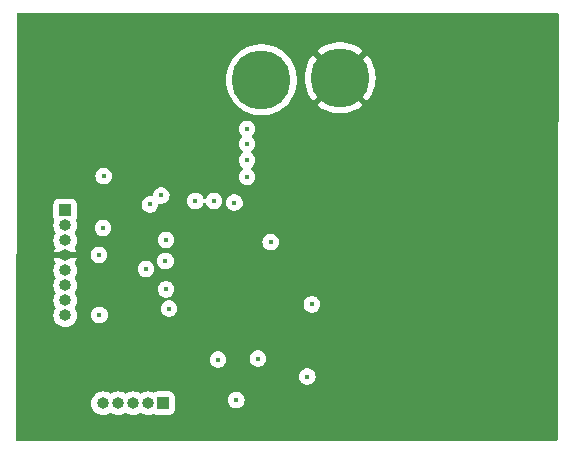
<source format=gbr>
%TF.GenerationSoftware,KiCad,Pcbnew,7.0.9-7.0.9~ubuntu22.04.1*%
%TF.CreationDate,2024-01-17T18:17:55+01:00*%
%TF.ProjectId,driver_seperate,64726976-6572-45f7-9365-706572617465,rev?*%
%TF.SameCoordinates,Original*%
%TF.FileFunction,Copper,L4,Bot*%
%TF.FilePolarity,Positive*%
%FSLAX46Y46*%
G04 Gerber Fmt 4.6, Leading zero omitted, Abs format (unit mm)*
G04 Created by KiCad (PCBNEW 7.0.9-7.0.9~ubuntu22.04.1) date 2024-01-17 18:17:55*
%MOMM*%
%LPD*%
G01*
G04 APERTURE LIST*
%TA.AperFunction,ComponentPad*%
%ADD10C,5.000000*%
%TD*%
%TA.AperFunction,ComponentPad*%
%ADD11R,1.000000X1.000000*%
%TD*%
%TA.AperFunction,ComponentPad*%
%ADD12O,1.000000X1.000000*%
%TD*%
%TA.AperFunction,ViaPad*%
%ADD13C,0.400000*%
%TD*%
%TA.AperFunction,ViaPad*%
%ADD14C,0.600000*%
%TD*%
G04 APERTURE END LIST*
D10*
%TO.P,IN-1,1,1*%
%TO.N,GND*%
X162052000Y-84074000D03*
%TD*%
D11*
%TO.P,J1,1,Pin_1*%
%TO.N,/U*%
X138785600Y-95300800D03*
D12*
%TO.P,J1,2,Pin_2*%
%TO.N,/V*%
X138785600Y-96570800D03*
%TO.P,J1,3,Pin_3*%
%TO.N,/W*%
X138785600Y-97840800D03*
%TO.P,J1,4,Pin_4*%
%TO.N,GND*%
X138785600Y-99110800D03*
%TO.P,J1,5,Pin_5*%
%TO.N,/H2*%
X138785600Y-100380800D03*
%TO.P,J1,6,Pin_6*%
%TO.N,/H1*%
X138785600Y-101650800D03*
%TO.P,J1,7,Pin_7*%
%TO.N,/H3*%
X138785600Y-102920800D03*
%TO.P,J1,8,Pin_8*%
%TO.N,/SW_BK*%
X138785600Y-104190800D03*
%TD*%
D10*
%TO.P,IN+1,1,1*%
%TO.N,/VM*%
X155397200Y-84248800D03*
%TD*%
D11*
%TO.P,J2,1,Pin_1*%
%TO.N,/FGOUT*%
X147066000Y-111633000D03*
D12*
%TO.P,J2,2,Pin_2*%
%TO.N,/PWM*%
X145796000Y-111633000D03*
%TO.P,J2,3,Pin_3*%
%TO.N,/BRAKE*%
X144526000Y-111633000D03*
%TO.P,J2,4,Pin_4*%
%TO.N,/DIR*%
X143256000Y-111633000D03*
%TO.P,J2,5,Pin_5*%
%TO.N,/nFAULT*%
X141986000Y-111633000D03*
%TD*%
D13*
%TO.N,Net-(IC1-ILIM)*%
X151714200Y-107924600D03*
X153263600Y-111353600D03*
D14*
%TO.N,GND*%
X151841200Y-97282000D03*
D13*
X144932400Y-87630000D03*
D14*
X150164800Y-99669600D03*
D13*
X163449000Y-92456000D03*
D14*
X151282400Y-100888800D03*
D13*
X175666400Y-111302800D03*
X173939200Y-111277400D03*
X148361400Y-114046000D03*
X163449000Y-89662000D03*
D14*
X150672800Y-101904800D03*
X151942800Y-101904800D03*
D13*
X163449000Y-91059000D03*
D14*
X152450800Y-99669600D03*
D13*
X163449000Y-88392000D03*
X153466800Y-113182400D03*
D14*
X150114000Y-100888800D03*
X152501600Y-100888800D03*
D13*
X170484800Y-111302800D03*
X152552400Y-92760800D03*
D14*
X150723600Y-97282000D03*
X152501600Y-98348800D03*
X151282400Y-99669600D03*
X150164800Y-98348800D03*
D13*
X172212000Y-111277400D03*
D14*
X151282400Y-98348800D03*
D13*
%TO.N,/AVDD*%
X142036800Y-92405200D03*
X155092400Y-107848400D03*
X159283400Y-109372400D03*
X147269200Y-99568000D03*
X147320000Y-97790000D03*
X141986000Y-96774000D03*
X141630400Y-99060000D03*
X147574000Y-103615500D03*
%TO.N,/SW_BK*%
X141681200Y-104140000D03*
X159664400Y-103251000D03*
%TO.N,Net-(IC1-CP)*%
X146913600Y-94030800D03*
X156184600Y-97993200D03*
%TO.N,/VM*%
X154178000Y-91059000D03*
X154178000Y-92456000D03*
X154178000Y-88392000D03*
X154178000Y-89662000D03*
%TO.N,/W*%
X149809200Y-94488000D03*
%TO.N,/V*%
X151384000Y-94488000D03*
%TO.N,/U*%
X153111200Y-94640400D03*
%TO.N,/H3*%
X147320000Y-101981000D03*
%TO.N,/H1*%
X145618200Y-100253800D03*
%TO.N,/nFAULT*%
X145948400Y-94792800D03*
%TD*%
%TA.AperFunction,Conductor*%
%TO.N,GND*%
G36*
X180511290Y-78581885D02*
G01*
X180557045Y-78634689D01*
X180568251Y-78686548D01*
X180516493Y-97151293D01*
X180473096Y-112633499D01*
X180467347Y-114684348D01*
X180447474Y-114751332D01*
X180394542Y-114796938D01*
X180343347Y-114808000D01*
X134744349Y-114808000D01*
X134677310Y-114788315D01*
X134631555Y-114735511D01*
X134620349Y-114683652D01*
X134628900Y-111633000D01*
X140980659Y-111633000D01*
X140999975Y-111829129D01*
X140999976Y-111829132D01*
X141055870Y-112013390D01*
X141057188Y-112017733D01*
X141150086Y-112191532D01*
X141150090Y-112191539D01*
X141275116Y-112343883D01*
X141427460Y-112468909D01*
X141427467Y-112468913D01*
X141601266Y-112561811D01*
X141601269Y-112561811D01*
X141601273Y-112561814D01*
X141789868Y-112619024D01*
X141986000Y-112638341D01*
X142182132Y-112619024D01*
X142370727Y-112561814D01*
X142544538Y-112468910D01*
X142544544Y-112468904D01*
X142549607Y-112465523D01*
X142550703Y-112467164D01*
X142606639Y-112443405D01*
X142675507Y-112455194D01*
X142692148Y-112465888D01*
X142692393Y-112465523D01*
X142697458Y-112468907D01*
X142697462Y-112468910D01*
X142842501Y-112546435D01*
X142869147Y-112560678D01*
X142871273Y-112561814D01*
X143059868Y-112619024D01*
X143256000Y-112638341D01*
X143452132Y-112619024D01*
X143640727Y-112561814D01*
X143814538Y-112468910D01*
X143814544Y-112468904D01*
X143819607Y-112465523D01*
X143820703Y-112467164D01*
X143876639Y-112443405D01*
X143945507Y-112455194D01*
X143962148Y-112465888D01*
X143962393Y-112465523D01*
X143967458Y-112468907D01*
X143967462Y-112468910D01*
X144112501Y-112546435D01*
X144139147Y-112560678D01*
X144141273Y-112561814D01*
X144329868Y-112619024D01*
X144526000Y-112638341D01*
X144722132Y-112619024D01*
X144910727Y-112561814D01*
X145084538Y-112468910D01*
X145084544Y-112468904D01*
X145089607Y-112465523D01*
X145090703Y-112467164D01*
X145146639Y-112443405D01*
X145215507Y-112455194D01*
X145232148Y-112465888D01*
X145232393Y-112465523D01*
X145237458Y-112468907D01*
X145237462Y-112468910D01*
X145382501Y-112546435D01*
X145409147Y-112560678D01*
X145411273Y-112561814D01*
X145599868Y-112619024D01*
X145796000Y-112638341D01*
X145992132Y-112619024D01*
X146180727Y-112561814D01*
X146182853Y-112560677D01*
X146184095Y-112560418D01*
X146186355Y-112559483D01*
X146186532Y-112559911D01*
X146251254Y-112546435D01*
X146315615Y-112570767D01*
X146323669Y-112576796D01*
X146323672Y-112576797D01*
X146458517Y-112627091D01*
X146458516Y-112627091D01*
X146465444Y-112627835D01*
X146518127Y-112633500D01*
X147613872Y-112633499D01*
X147673483Y-112627091D01*
X147808331Y-112576796D01*
X147923546Y-112490546D01*
X148009796Y-112375331D01*
X148060091Y-112240483D01*
X148066500Y-112180873D01*
X148066499Y-111353600D01*
X152557955Y-111353600D01*
X152578459Y-111522469D01*
X152578460Y-111522474D01*
X152638782Y-111681531D01*
X152701075Y-111771777D01*
X152735417Y-111821529D01*
X152841105Y-111915160D01*
X152862750Y-111934336D01*
X153013373Y-112013389D01*
X153013375Y-112013390D01*
X153178544Y-112054100D01*
X153348656Y-112054100D01*
X153513825Y-112013390D01*
X153593292Y-111971681D01*
X153664449Y-111934336D01*
X153664450Y-111934334D01*
X153664452Y-111934334D01*
X153791783Y-111821529D01*
X153888418Y-111681530D01*
X153948740Y-111522472D01*
X153969245Y-111353600D01*
X153948740Y-111184728D01*
X153888418Y-111025670D01*
X153888312Y-111025517D01*
X153795234Y-110890671D01*
X153791783Y-110885671D01*
X153691791Y-110797086D01*
X153664449Y-110772863D01*
X153513826Y-110693810D01*
X153348656Y-110653100D01*
X153178544Y-110653100D01*
X153013373Y-110693810D01*
X152862750Y-110772863D01*
X152735416Y-110885672D01*
X152638782Y-111025668D01*
X152578460Y-111184725D01*
X152578459Y-111184730D01*
X152557955Y-111353600D01*
X148066499Y-111353600D01*
X148066499Y-111085128D01*
X148061299Y-111036757D01*
X148060091Y-111025516D01*
X148009797Y-110890671D01*
X148009793Y-110890664D01*
X147923547Y-110775455D01*
X147923544Y-110775452D01*
X147808335Y-110689206D01*
X147808328Y-110689202D01*
X147673482Y-110638908D01*
X147673483Y-110638908D01*
X147613883Y-110632501D01*
X147613881Y-110632500D01*
X147613873Y-110632500D01*
X147613864Y-110632500D01*
X146518129Y-110632500D01*
X146518123Y-110632501D01*
X146458516Y-110638908D01*
X146323671Y-110689202D01*
X146323666Y-110689205D01*
X146315614Y-110695233D01*
X146250149Y-110719648D01*
X146186530Y-110706104D01*
X146186359Y-110706518D01*
X146184123Y-110705592D01*
X146182850Y-110705321D01*
X146180729Y-110704187D01*
X146180728Y-110704186D01*
X146180727Y-110704186D01*
X145992132Y-110646976D01*
X145992129Y-110646975D01*
X145796000Y-110627659D01*
X145599870Y-110646975D01*
X145411266Y-110704188D01*
X145237467Y-110797086D01*
X145232399Y-110800473D01*
X145231305Y-110798836D01*
X145175337Y-110822596D01*
X145106471Y-110810795D01*
X145089843Y-110800109D01*
X145089601Y-110800473D01*
X145084532Y-110797086D01*
X144910733Y-110704188D01*
X144910727Y-110704186D01*
X144722132Y-110646976D01*
X144722129Y-110646975D01*
X144526000Y-110627659D01*
X144329870Y-110646975D01*
X144141266Y-110704188D01*
X143967467Y-110797086D01*
X143962399Y-110800473D01*
X143961305Y-110798836D01*
X143905337Y-110822596D01*
X143836471Y-110810795D01*
X143819843Y-110800109D01*
X143819601Y-110800473D01*
X143814532Y-110797086D01*
X143640733Y-110704188D01*
X143640727Y-110704186D01*
X143452132Y-110646976D01*
X143452129Y-110646975D01*
X143256000Y-110627659D01*
X143059870Y-110646975D01*
X142871266Y-110704188D01*
X142697467Y-110797086D01*
X142692399Y-110800473D01*
X142691305Y-110798836D01*
X142635337Y-110822596D01*
X142566471Y-110810795D01*
X142549843Y-110800109D01*
X142549601Y-110800473D01*
X142544532Y-110797086D01*
X142370733Y-110704188D01*
X142370727Y-110704186D01*
X142182132Y-110646976D01*
X142182129Y-110646975D01*
X141986000Y-110627659D01*
X141789870Y-110646975D01*
X141601266Y-110704188D01*
X141427467Y-110797086D01*
X141427460Y-110797090D01*
X141275116Y-110922116D01*
X141150090Y-111074460D01*
X141150086Y-111074467D01*
X141057188Y-111248266D01*
X140999975Y-111436870D01*
X140980659Y-111633000D01*
X134628900Y-111633000D01*
X134635237Y-109372400D01*
X158577755Y-109372400D01*
X158598259Y-109541269D01*
X158598260Y-109541274D01*
X158658582Y-109700331D01*
X158720875Y-109790577D01*
X158755217Y-109840329D01*
X158860905Y-109933960D01*
X158882550Y-109953136D01*
X159033173Y-110032189D01*
X159033175Y-110032190D01*
X159198344Y-110072900D01*
X159368456Y-110072900D01*
X159533625Y-110032190D01*
X159613092Y-109990481D01*
X159684249Y-109953136D01*
X159684250Y-109953134D01*
X159684252Y-109953134D01*
X159811583Y-109840329D01*
X159908218Y-109700330D01*
X159968540Y-109541272D01*
X159989045Y-109372400D01*
X159968540Y-109203528D01*
X159908218Y-109044470D01*
X159811583Y-108904471D01*
X159684252Y-108791666D01*
X159684249Y-108791663D01*
X159533626Y-108712610D01*
X159368456Y-108671900D01*
X159198344Y-108671900D01*
X159033173Y-108712610D01*
X158882550Y-108791663D01*
X158755216Y-108904472D01*
X158658582Y-109044468D01*
X158598260Y-109203525D01*
X158598259Y-109203530D01*
X158577755Y-109372400D01*
X134635237Y-109372400D01*
X134639295Y-107924600D01*
X151008555Y-107924600D01*
X151029059Y-108093469D01*
X151029060Y-108093474D01*
X151089382Y-108252531D01*
X151151675Y-108342777D01*
X151186017Y-108392529D01*
X151291705Y-108486160D01*
X151313350Y-108505336D01*
X151463973Y-108584389D01*
X151463975Y-108584390D01*
X151629144Y-108625100D01*
X151799256Y-108625100D01*
X151964425Y-108584390D01*
X152043892Y-108542681D01*
X152115049Y-108505336D01*
X152115050Y-108505334D01*
X152115052Y-108505334D01*
X152242383Y-108392529D01*
X152339018Y-108252530D01*
X152399340Y-108093472D01*
X152419845Y-107924600D01*
X152410593Y-107848400D01*
X154386755Y-107848400D01*
X154407259Y-108017269D01*
X154407260Y-108017274D01*
X154467582Y-108176331D01*
X154520179Y-108252530D01*
X154564217Y-108316329D01*
X154669905Y-108409960D01*
X154691550Y-108429136D01*
X154836733Y-108505334D01*
X154842175Y-108508190D01*
X155007344Y-108548900D01*
X155177456Y-108548900D01*
X155342625Y-108508190D01*
X155422092Y-108466481D01*
X155493249Y-108429136D01*
X155493250Y-108429134D01*
X155493252Y-108429134D01*
X155620583Y-108316329D01*
X155717218Y-108176330D01*
X155777540Y-108017272D01*
X155798045Y-107848400D01*
X155777540Y-107679528D01*
X155717218Y-107520470D01*
X155620583Y-107380471D01*
X155493252Y-107267666D01*
X155493249Y-107267663D01*
X155342626Y-107188610D01*
X155177456Y-107147900D01*
X155007344Y-107147900D01*
X154842173Y-107188610D01*
X154691550Y-107267663D01*
X154564216Y-107380472D01*
X154467582Y-107520468D01*
X154407260Y-107679525D01*
X154407259Y-107679530D01*
X154386755Y-107848400D01*
X152410593Y-107848400D01*
X152399340Y-107755728D01*
X152339018Y-107596670D01*
X152242383Y-107456671D01*
X152115052Y-107343866D01*
X152115049Y-107343863D01*
X151964426Y-107264810D01*
X151799256Y-107224100D01*
X151629144Y-107224100D01*
X151463973Y-107264810D01*
X151313350Y-107343863D01*
X151186016Y-107456672D01*
X151089382Y-107596668D01*
X151029060Y-107755725D01*
X151029059Y-107755730D01*
X151008555Y-107924600D01*
X134639295Y-107924600D01*
X134649761Y-104190800D01*
X137780259Y-104190800D01*
X137799575Y-104386929D01*
X137856788Y-104575533D01*
X137949686Y-104749332D01*
X137949690Y-104749339D01*
X138074716Y-104901683D01*
X138227060Y-105026709D01*
X138227067Y-105026713D01*
X138400866Y-105119611D01*
X138400869Y-105119611D01*
X138400873Y-105119614D01*
X138589468Y-105176824D01*
X138785600Y-105196141D01*
X138981732Y-105176824D01*
X139170327Y-105119614D01*
X139344138Y-105026710D01*
X139496483Y-104901683D01*
X139621510Y-104749338D01*
X139714414Y-104575527D01*
X139771624Y-104386932D01*
X139790941Y-104190800D01*
X139785938Y-104140000D01*
X140975555Y-104140000D01*
X140996059Y-104308869D01*
X140996060Y-104308874D01*
X141056382Y-104467931D01*
X141118675Y-104558177D01*
X141153017Y-104607929D01*
X141258705Y-104701560D01*
X141280350Y-104720736D01*
X141430973Y-104799789D01*
X141430975Y-104799790D01*
X141596144Y-104840500D01*
X141766256Y-104840500D01*
X141931425Y-104799790D01*
X142010892Y-104758081D01*
X142082049Y-104720736D01*
X142082050Y-104720734D01*
X142082052Y-104720734D01*
X142209383Y-104607929D01*
X142306018Y-104467930D01*
X142366340Y-104308872D01*
X142386845Y-104140000D01*
X142366340Y-103971128D01*
X142306018Y-103812070D01*
X142209383Y-103672071D01*
X142145527Y-103615500D01*
X146868355Y-103615500D01*
X146888859Y-103784369D01*
X146888860Y-103784374D01*
X146949182Y-103943431D01*
X147011475Y-104033677D01*
X147045817Y-104083429D01*
X147109673Y-104140000D01*
X147173150Y-104196236D01*
X147323773Y-104275289D01*
X147323775Y-104275290D01*
X147488944Y-104316000D01*
X147659056Y-104316000D01*
X147824225Y-104275290D01*
X147903692Y-104233581D01*
X147974849Y-104196236D01*
X147974850Y-104196234D01*
X147974852Y-104196234D01*
X148102183Y-104083429D01*
X148198818Y-103943430D01*
X148259140Y-103784372D01*
X148279645Y-103615500D01*
X148259140Y-103446628D01*
X148198818Y-103287570D01*
X148173575Y-103251000D01*
X158958755Y-103251000D01*
X158979259Y-103419869D01*
X158979260Y-103419874D01*
X159039582Y-103578931D01*
X159076398Y-103632267D01*
X159136217Y-103718929D01*
X159234575Y-103806066D01*
X159263550Y-103831736D01*
X159414173Y-103910789D01*
X159414175Y-103910790D01*
X159579344Y-103951500D01*
X159749456Y-103951500D01*
X159914625Y-103910790D01*
X159994092Y-103869081D01*
X160065249Y-103831736D01*
X160065250Y-103831734D01*
X160065252Y-103831734D01*
X160192583Y-103718929D01*
X160289218Y-103578930D01*
X160349540Y-103419872D01*
X160370045Y-103251000D01*
X160349540Y-103082128D01*
X160289218Y-102923070D01*
X160286266Y-102918794D01*
X160254876Y-102873318D01*
X160192583Y-102783071D01*
X160073637Y-102677694D01*
X160065249Y-102670263D01*
X159914626Y-102591210D01*
X159749456Y-102550500D01*
X159579344Y-102550500D01*
X159414173Y-102591210D01*
X159263550Y-102670263D01*
X159136216Y-102783072D01*
X159039582Y-102923068D01*
X158979260Y-103082125D01*
X158979259Y-103082130D01*
X158958755Y-103251000D01*
X148173575Y-103251000D01*
X148102183Y-103147571D01*
X147974852Y-103034766D01*
X147974849Y-103034763D01*
X147824226Y-102955710D01*
X147659056Y-102915000D01*
X147488944Y-102915000D01*
X147481443Y-102915000D01*
X147481443Y-102913030D01*
X147474805Y-102911926D01*
X147466521Y-102918794D01*
X147447160Y-102925298D01*
X147323773Y-102955710D01*
X147173150Y-103034763D01*
X147045816Y-103147572D01*
X146949182Y-103287568D01*
X146888860Y-103446625D01*
X146888859Y-103446630D01*
X146868355Y-103615500D01*
X142145527Y-103615500D01*
X142082052Y-103559266D01*
X142082049Y-103559263D01*
X141931426Y-103480210D01*
X141766256Y-103439500D01*
X141596144Y-103439500D01*
X141430973Y-103480210D01*
X141280350Y-103559263D01*
X141153016Y-103672072D01*
X141056382Y-103812068D01*
X140996060Y-103971125D01*
X140996059Y-103971130D01*
X140975555Y-104140000D01*
X139785938Y-104140000D01*
X139771624Y-103994668D01*
X139714414Y-103806073D01*
X139621510Y-103632262D01*
X139621507Y-103632258D01*
X139618123Y-103627193D01*
X139619764Y-103626096D01*
X139596005Y-103570161D01*
X139607794Y-103501293D01*
X139618488Y-103484651D01*
X139618123Y-103484407D01*
X139621504Y-103479344D01*
X139621510Y-103479338D01*
X139714414Y-103305527D01*
X139771624Y-103116932D01*
X139790941Y-102920800D01*
X139771624Y-102724668D01*
X139714414Y-102536073D01*
X139621510Y-102362262D01*
X139621507Y-102362258D01*
X139618123Y-102357193D01*
X139619764Y-102356096D01*
X139596005Y-102300161D01*
X139607794Y-102231293D01*
X139618488Y-102214651D01*
X139618123Y-102214407D01*
X139621504Y-102209344D01*
X139621510Y-102209338D01*
X139714414Y-102035527D01*
X139730955Y-101981000D01*
X146614355Y-101981000D01*
X146634859Y-102149869D01*
X146634860Y-102149874D01*
X146695182Y-102308931D01*
X146731998Y-102362267D01*
X146791817Y-102448929D01*
X146890175Y-102536066D01*
X146919150Y-102561736D01*
X147069773Y-102640789D01*
X147069775Y-102640790D01*
X147234944Y-102681500D01*
X147412557Y-102681500D01*
X147412557Y-102683474D01*
X147419196Y-102684577D01*
X147427504Y-102677694D01*
X147446836Y-102671202D01*
X147570225Y-102640790D01*
X147664691Y-102591210D01*
X147720849Y-102561736D01*
X147720850Y-102561734D01*
X147720852Y-102561734D01*
X147848183Y-102448929D01*
X147944818Y-102308930D01*
X148005140Y-102149872D01*
X148025645Y-101981000D01*
X148005140Y-101812128D01*
X147944818Y-101653070D01*
X147848183Y-101513071D01*
X147720852Y-101400266D01*
X147720849Y-101400263D01*
X147570226Y-101321210D01*
X147405056Y-101280500D01*
X147234944Y-101280500D01*
X147069773Y-101321210D01*
X146919150Y-101400263D01*
X146791816Y-101513072D01*
X146695182Y-101653068D01*
X146634860Y-101812125D01*
X146634859Y-101812130D01*
X146614355Y-101981000D01*
X139730955Y-101981000D01*
X139771624Y-101846932D01*
X139790941Y-101650800D01*
X139771624Y-101454668D01*
X139714414Y-101266073D01*
X139621510Y-101092262D01*
X139621507Y-101092258D01*
X139618123Y-101087193D01*
X139619764Y-101086096D01*
X139596005Y-101030161D01*
X139607794Y-100961293D01*
X139618488Y-100944651D01*
X139618123Y-100944407D01*
X139621504Y-100939344D01*
X139621510Y-100939338D01*
X139714414Y-100765527D01*
X139771624Y-100576932D01*
X139790941Y-100380800D01*
X139778433Y-100253800D01*
X144912555Y-100253800D01*
X144933059Y-100422669D01*
X144933060Y-100422674D01*
X144993382Y-100581731D01*
X145055675Y-100671977D01*
X145090017Y-100721729D01*
X145139462Y-100765533D01*
X145217350Y-100834536D01*
X145367973Y-100913589D01*
X145367975Y-100913590D01*
X145533144Y-100954300D01*
X145703256Y-100954300D01*
X145868425Y-100913590D01*
X145947892Y-100871881D01*
X146019049Y-100834536D01*
X146019050Y-100834534D01*
X146019052Y-100834534D01*
X146146383Y-100721729D01*
X146243018Y-100581730D01*
X146303340Y-100422672D01*
X146323845Y-100253800D01*
X146303340Y-100084928D01*
X146243018Y-99925870D01*
X146222352Y-99895931D01*
X146208676Y-99876118D01*
X146146383Y-99785871D01*
X146021506Y-99675240D01*
X146019049Y-99673063D01*
X145868426Y-99594010D01*
X145762897Y-99568000D01*
X146563555Y-99568000D01*
X146584059Y-99736869D01*
X146584060Y-99736874D01*
X146644382Y-99895931D01*
X146665048Y-99925870D01*
X146741017Y-100035929D01*
X146846705Y-100129560D01*
X146868350Y-100148736D01*
X147018973Y-100227789D01*
X147018975Y-100227790D01*
X147184144Y-100268500D01*
X147354256Y-100268500D01*
X147519425Y-100227790D01*
X147601586Y-100184668D01*
X147670049Y-100148736D01*
X147670050Y-100148734D01*
X147670052Y-100148734D01*
X147797383Y-100035929D01*
X147894018Y-99895930D01*
X147954340Y-99736872D01*
X147974845Y-99568000D01*
X147954340Y-99399128D01*
X147894018Y-99240070D01*
X147886286Y-99228869D01*
X147844344Y-99168106D01*
X147797383Y-99100071D01*
X147670052Y-98987266D01*
X147670049Y-98987263D01*
X147519426Y-98908210D01*
X147354256Y-98867500D01*
X147184144Y-98867500D01*
X147018973Y-98908210D01*
X146868350Y-98987263D01*
X146741016Y-99100072D01*
X146644382Y-99240068D01*
X146584060Y-99399125D01*
X146584059Y-99399130D01*
X146563555Y-99568000D01*
X145762897Y-99568000D01*
X145703256Y-99553300D01*
X145533144Y-99553300D01*
X145367973Y-99594010D01*
X145217350Y-99673063D01*
X145090016Y-99785872D01*
X144993382Y-99925868D01*
X144933060Y-100084925D01*
X144933059Y-100084930D01*
X144912555Y-100253800D01*
X139778433Y-100253800D01*
X139771624Y-100184668D01*
X139714414Y-99996073D01*
X139621510Y-99822262D01*
X139621506Y-99822257D01*
X139618126Y-99817199D01*
X139619644Y-99816184D01*
X139595681Y-99759762D01*
X139607472Y-99690894D01*
X139618092Y-99674374D01*
X139617711Y-99674120D01*
X139621097Y-99669052D01*
X139713947Y-99495341D01*
X139754760Y-99360800D01*
X139000083Y-99360800D01*
X139071401Y-99275807D01*
X139110600Y-99168106D01*
X139110600Y-99060000D01*
X140924755Y-99060000D01*
X140945259Y-99228869D01*
X140945260Y-99228874D01*
X141005582Y-99387931D01*
X141049797Y-99451986D01*
X141102217Y-99527929D01*
X141207905Y-99621560D01*
X141229550Y-99640736D01*
X141380173Y-99719789D01*
X141380175Y-99719790D01*
X141545344Y-99760500D01*
X141715456Y-99760500D01*
X141880625Y-99719790D01*
X141977297Y-99669052D01*
X142031249Y-99640736D01*
X142031250Y-99640734D01*
X142031252Y-99640734D01*
X142158583Y-99527929D01*
X142255218Y-99387930D01*
X142315540Y-99228872D01*
X142336045Y-99060000D01*
X142315540Y-98891128D01*
X142302974Y-98857995D01*
X142255217Y-98732068D01*
X142217005Y-98676710D01*
X142158583Y-98592071D01*
X142031252Y-98479266D01*
X142031249Y-98479263D01*
X141880626Y-98400210D01*
X141715456Y-98359500D01*
X141545344Y-98359500D01*
X141380173Y-98400210D01*
X141229550Y-98479263D01*
X141102216Y-98592072D01*
X141005582Y-98732068D01*
X140945260Y-98891125D01*
X140945259Y-98891130D01*
X140924755Y-99060000D01*
X139110600Y-99060000D01*
X139110600Y-99053494D01*
X139071401Y-98945793D01*
X139000083Y-98860800D01*
X139754760Y-98860800D01*
X139754760Y-98860799D01*
X139713947Y-98726258D01*
X139621096Y-98552546D01*
X139617710Y-98547478D01*
X139619384Y-98546359D01*
X139595681Y-98490546D01*
X139607474Y-98421679D01*
X139618439Y-98404618D01*
X139618123Y-98404407D01*
X139621504Y-98399344D01*
X139621510Y-98399338D01*
X139714414Y-98225527D01*
X139771624Y-98036932D01*
X139790941Y-97840800D01*
X139785938Y-97790000D01*
X146614355Y-97790000D01*
X146634859Y-97958869D01*
X146634860Y-97958874D01*
X146695182Y-98117931D01*
X146757475Y-98208177D01*
X146791817Y-98257929D01*
X146863158Y-98321131D01*
X146919150Y-98370736D01*
X147069773Y-98449789D01*
X147069775Y-98449790D01*
X147234944Y-98490500D01*
X147405056Y-98490500D01*
X147570225Y-98449790D01*
X147666364Y-98399332D01*
X147720849Y-98370736D01*
X147720850Y-98370734D01*
X147720852Y-98370734D01*
X147848183Y-98257929D01*
X147944818Y-98117930D01*
X147992121Y-97993200D01*
X155478955Y-97993200D01*
X155499459Y-98162069D01*
X155499460Y-98162074D01*
X155559782Y-98321131D01*
X155614367Y-98400210D01*
X155656417Y-98461129D01*
X155734957Y-98530709D01*
X155783750Y-98573936D01*
X155934373Y-98652989D01*
X155934375Y-98652990D01*
X156099544Y-98693700D01*
X156269656Y-98693700D01*
X156434825Y-98652990D01*
X156514292Y-98611281D01*
X156585449Y-98573936D01*
X156585450Y-98573934D01*
X156585452Y-98573934D01*
X156712783Y-98461129D01*
X156809418Y-98321130D01*
X156869740Y-98162072D01*
X156890245Y-97993200D01*
X156869740Y-97824328D01*
X156809418Y-97665270D01*
X156795197Y-97644668D01*
X156775076Y-97615518D01*
X156712783Y-97525271D01*
X156585452Y-97412466D01*
X156585449Y-97412463D01*
X156434826Y-97333410D01*
X156269656Y-97292700D01*
X156099544Y-97292700D01*
X155934373Y-97333410D01*
X155783750Y-97412463D01*
X155656416Y-97525272D01*
X155559782Y-97665268D01*
X155499460Y-97824325D01*
X155499459Y-97824330D01*
X155478955Y-97993200D01*
X147992121Y-97993200D01*
X148005140Y-97958872D01*
X148025645Y-97790000D01*
X148005140Y-97621128D01*
X147944818Y-97462070D01*
X147848183Y-97322071D01*
X147720852Y-97209266D01*
X147720849Y-97209263D01*
X147570226Y-97130210D01*
X147405056Y-97089500D01*
X147234944Y-97089500D01*
X147069773Y-97130210D01*
X146919150Y-97209263D01*
X146791816Y-97322072D01*
X146695182Y-97462068D01*
X146634860Y-97621125D01*
X146634859Y-97621130D01*
X146614355Y-97790000D01*
X139785938Y-97790000D01*
X139771624Y-97644668D01*
X139714414Y-97456073D01*
X139621510Y-97282262D01*
X139621507Y-97282258D01*
X139618123Y-97277193D01*
X139619764Y-97276096D01*
X139596005Y-97220161D01*
X139607794Y-97151293D01*
X139618488Y-97134651D01*
X139618123Y-97134407D01*
X139621504Y-97129344D01*
X139621510Y-97129338D01*
X139714414Y-96955527D01*
X139769480Y-96774000D01*
X141280355Y-96774000D01*
X141300859Y-96942869D01*
X141300860Y-96942874D01*
X141361182Y-97101931D01*
X141395255Y-97151293D01*
X141457817Y-97241929D01*
X141515126Y-97292700D01*
X141585150Y-97354736D01*
X141735773Y-97433789D01*
X141735775Y-97433790D01*
X141900944Y-97474500D01*
X142071056Y-97474500D01*
X142236225Y-97433790D01*
X142315692Y-97392081D01*
X142386849Y-97354736D01*
X142386850Y-97354734D01*
X142386852Y-97354734D01*
X142514183Y-97241929D01*
X142610818Y-97101930D01*
X142671140Y-96942872D01*
X142691645Y-96774000D01*
X142671140Y-96605128D01*
X142610818Y-96446070D01*
X142514183Y-96306071D01*
X142386852Y-96193266D01*
X142386849Y-96193263D01*
X142236226Y-96114210D01*
X142071056Y-96073500D01*
X141900944Y-96073500D01*
X141735773Y-96114210D01*
X141585150Y-96193263D01*
X141457816Y-96306072D01*
X141361182Y-96446068D01*
X141300860Y-96605125D01*
X141300859Y-96605130D01*
X141280355Y-96774000D01*
X139769480Y-96774000D01*
X139771624Y-96766932D01*
X139790941Y-96570800D01*
X139771624Y-96374668D01*
X139714414Y-96186073D01*
X139713277Y-96183946D01*
X139713018Y-96182704D01*
X139712083Y-96180445D01*
X139712511Y-96180267D01*
X139699035Y-96115546D01*
X139723371Y-96051179D01*
X139729396Y-96043131D01*
X139779691Y-95908283D01*
X139786100Y-95848673D01*
X139786099Y-94792800D01*
X145242755Y-94792800D01*
X145263259Y-94961669D01*
X145263260Y-94961674D01*
X145323582Y-95120731D01*
X145385875Y-95210977D01*
X145420217Y-95260729D01*
X145510712Y-95340900D01*
X145547550Y-95373536D01*
X145698173Y-95452589D01*
X145698175Y-95452590D01*
X145863344Y-95493300D01*
X146033456Y-95493300D01*
X146198625Y-95452590D01*
X146278092Y-95410881D01*
X146349249Y-95373536D01*
X146349250Y-95373534D01*
X146349252Y-95373534D01*
X146476583Y-95260729D01*
X146573218Y-95120730D01*
X146633540Y-94961672D01*
X146649495Y-94830271D01*
X146677115Y-94766096D01*
X146735049Y-94727039D01*
X146802264Y-94724823D01*
X146811256Y-94727039D01*
X146828542Y-94731299D01*
X146828543Y-94731300D01*
X146828544Y-94731300D01*
X146998656Y-94731300D01*
X147163825Y-94690590D01*
X147259453Y-94640400D01*
X147314449Y-94611536D01*
X147314450Y-94611534D01*
X147314452Y-94611534D01*
X147441783Y-94498729D01*
X147449189Y-94488000D01*
X149103555Y-94488000D01*
X149124059Y-94656869D01*
X149124060Y-94656874D01*
X149184382Y-94815931D01*
X149246675Y-94906177D01*
X149281017Y-94955929D01*
X149386705Y-95049560D01*
X149408350Y-95068736D01*
X149558973Y-95147789D01*
X149558975Y-95147790D01*
X149724144Y-95188500D01*
X149894256Y-95188500D01*
X150059425Y-95147790D01*
X150138892Y-95106081D01*
X150210049Y-95068736D01*
X150210050Y-95068734D01*
X150210052Y-95068734D01*
X150337383Y-94955929D01*
X150434018Y-94815930D01*
X150480658Y-94692947D01*
X150522835Y-94637246D01*
X150588433Y-94613188D01*
X150656623Y-94628415D01*
X150705757Y-94678090D01*
X150712539Y-94692943D01*
X150734803Y-94751648D01*
X150759182Y-94815931D01*
X150821475Y-94906177D01*
X150855817Y-94955929D01*
X150961505Y-95049560D01*
X150983150Y-95068736D01*
X151133773Y-95147789D01*
X151133775Y-95147790D01*
X151298944Y-95188500D01*
X151469056Y-95188500D01*
X151634225Y-95147790D01*
X151713692Y-95106081D01*
X151784849Y-95068736D01*
X151784850Y-95068734D01*
X151784852Y-95068734D01*
X151912183Y-94955929D01*
X152008818Y-94815930D01*
X152069140Y-94656872D01*
X152071140Y-94640400D01*
X152405555Y-94640400D01*
X152426059Y-94809269D01*
X152426060Y-94809274D01*
X152486382Y-94968331D01*
X152548675Y-95058577D01*
X152583017Y-95108329D01*
X152673512Y-95188500D01*
X152710350Y-95221136D01*
X152860973Y-95300189D01*
X152860975Y-95300190D01*
X153026144Y-95340900D01*
X153196256Y-95340900D01*
X153361425Y-95300190D01*
X153440892Y-95258481D01*
X153512049Y-95221136D01*
X153512050Y-95221134D01*
X153512052Y-95221134D01*
X153639383Y-95108329D01*
X153736018Y-94968330D01*
X153796340Y-94809272D01*
X153816845Y-94640400D01*
X153796340Y-94471528D01*
X153785616Y-94443252D01*
X153774431Y-94413758D01*
X153736018Y-94312470D01*
X153732041Y-94306709D01*
X153701676Y-94262718D01*
X153639383Y-94172471D01*
X153512052Y-94059666D01*
X153512049Y-94059663D01*
X153361426Y-93980610D01*
X153196256Y-93939900D01*
X153026144Y-93939900D01*
X152860973Y-93980610D01*
X152710350Y-94059663D01*
X152583016Y-94172472D01*
X152486382Y-94312468D01*
X152426060Y-94471525D01*
X152426059Y-94471530D01*
X152405555Y-94640400D01*
X152071140Y-94640400D01*
X152089645Y-94488000D01*
X152069140Y-94319128D01*
X152061092Y-94297908D01*
X152028536Y-94212063D01*
X152008818Y-94160070D01*
X151912183Y-94020071D01*
X151784852Y-93907266D01*
X151784849Y-93907263D01*
X151634226Y-93828210D01*
X151469056Y-93787500D01*
X151298944Y-93787500D01*
X151133773Y-93828210D01*
X150983150Y-93907263D01*
X150855816Y-94020072D01*
X150759182Y-94160068D01*
X150759182Y-94160069D01*
X150712542Y-94283051D01*
X150670364Y-94338754D01*
X150604767Y-94362811D01*
X150536576Y-94347584D01*
X150487443Y-94297908D01*
X150480658Y-94283051D01*
X150453736Y-94212063D01*
X150434018Y-94160070D01*
X150337383Y-94020071D01*
X150210052Y-93907266D01*
X150210049Y-93907263D01*
X150059426Y-93828210D01*
X149894256Y-93787500D01*
X149724144Y-93787500D01*
X149558973Y-93828210D01*
X149408350Y-93907263D01*
X149281016Y-94020072D01*
X149184382Y-94160068D01*
X149124060Y-94319125D01*
X149124059Y-94319130D01*
X149103555Y-94488000D01*
X147449189Y-94488000D01*
X147538418Y-94358730D01*
X147598740Y-94199672D01*
X147619245Y-94030800D01*
X147598740Y-93861928D01*
X147538418Y-93702870D01*
X147441783Y-93562871D01*
X147314452Y-93450066D01*
X147314449Y-93450063D01*
X147163826Y-93371010D01*
X146998656Y-93330300D01*
X146828544Y-93330300D01*
X146663373Y-93371010D01*
X146512750Y-93450063D01*
X146385416Y-93562872D01*
X146288782Y-93702868D01*
X146228460Y-93861925D01*
X146228459Y-93861931D01*
X146212505Y-93993326D01*
X146184883Y-94057504D01*
X146126949Y-94096560D01*
X146059737Y-94098777D01*
X146041064Y-94094175D01*
X146033456Y-94092300D01*
X145863344Y-94092300D01*
X145698173Y-94133010D01*
X145547550Y-94212063D01*
X145420216Y-94324872D01*
X145323582Y-94464868D01*
X145263260Y-94623925D01*
X145263259Y-94623930D01*
X145242755Y-94792800D01*
X139786099Y-94792800D01*
X139786099Y-94752928D01*
X139779691Y-94693317D01*
X139779553Y-94692948D01*
X139729397Y-94558471D01*
X139729393Y-94558464D01*
X139643147Y-94443255D01*
X139643144Y-94443252D01*
X139527935Y-94357006D01*
X139527928Y-94357002D01*
X139393082Y-94306708D01*
X139393083Y-94306708D01*
X139333483Y-94300301D01*
X139333481Y-94300300D01*
X139333473Y-94300300D01*
X139333464Y-94300300D01*
X138237729Y-94300300D01*
X138237723Y-94300301D01*
X138178116Y-94306708D01*
X138043271Y-94357002D01*
X138043264Y-94357006D01*
X137928055Y-94443252D01*
X137928052Y-94443255D01*
X137841806Y-94558464D01*
X137841802Y-94558471D01*
X137791508Y-94693317D01*
X137787883Y-94727039D01*
X137785101Y-94752923D01*
X137785100Y-94752935D01*
X137785100Y-95848670D01*
X137785101Y-95848676D01*
X137791508Y-95908283D01*
X137841802Y-96043128D01*
X137841804Y-96043131D01*
X137847831Y-96051182D01*
X137872248Y-96116646D01*
X137858705Y-96180270D01*
X137859118Y-96180441D01*
X137858195Y-96182669D01*
X137857924Y-96183943D01*
X137856788Y-96186067D01*
X137799575Y-96374670D01*
X137780259Y-96570800D01*
X137799575Y-96766929D01*
X137856788Y-96955533D01*
X137949686Y-97129332D01*
X137953073Y-97134401D01*
X137951436Y-97135494D01*
X137975196Y-97191463D01*
X137963395Y-97260329D01*
X137952709Y-97276956D01*
X137953073Y-97277199D01*
X137949686Y-97282267D01*
X137856788Y-97456066D01*
X137799575Y-97644670D01*
X137780259Y-97840800D01*
X137799575Y-98036929D01*
X137856788Y-98225533D01*
X137949686Y-98399332D01*
X137953073Y-98404401D01*
X137951555Y-98405415D01*
X137975518Y-98461842D01*
X137963724Y-98530709D01*
X137953115Y-98547220D01*
X137953493Y-98547473D01*
X137950105Y-98552542D01*
X137857252Y-98726258D01*
X137816439Y-98860799D01*
X137816440Y-98860800D01*
X138571117Y-98860800D01*
X138499799Y-98945793D01*
X138460600Y-99053494D01*
X138460600Y-99168106D01*
X138499799Y-99275807D01*
X138571117Y-99360800D01*
X137816440Y-99360800D01*
X137857252Y-99495341D01*
X137950103Y-99669053D01*
X137953490Y-99674122D01*
X137951815Y-99675240D01*
X137975518Y-99731059D01*
X137963723Y-99799925D01*
X137952758Y-99816988D01*
X137953073Y-99817199D01*
X137949686Y-99822267D01*
X137856788Y-99996066D01*
X137799575Y-100184670D01*
X137780259Y-100380800D01*
X137799575Y-100576929D01*
X137856788Y-100765533D01*
X137949686Y-100939332D01*
X137953073Y-100944401D01*
X137951436Y-100945494D01*
X137975196Y-101001463D01*
X137963395Y-101070329D01*
X137952709Y-101086956D01*
X137953073Y-101087199D01*
X137949686Y-101092267D01*
X137856788Y-101266066D01*
X137799575Y-101454670D01*
X137780259Y-101650800D01*
X137799575Y-101846929D01*
X137856788Y-102035533D01*
X137949686Y-102209332D01*
X137953073Y-102214401D01*
X137951436Y-102215494D01*
X137975196Y-102271463D01*
X137963395Y-102340329D01*
X137952709Y-102356956D01*
X137953073Y-102357199D01*
X137949686Y-102362267D01*
X137856788Y-102536066D01*
X137799575Y-102724670D01*
X137780259Y-102920800D01*
X137799575Y-103116929D01*
X137856788Y-103305533D01*
X137949686Y-103479332D01*
X137953073Y-103484401D01*
X137951436Y-103485494D01*
X137975196Y-103541463D01*
X137963395Y-103610329D01*
X137952709Y-103626956D01*
X137953073Y-103627199D01*
X137949686Y-103632267D01*
X137856788Y-103806066D01*
X137799575Y-103994670D01*
X137780259Y-104190800D01*
X134649761Y-104190800D01*
X134678495Y-93939900D01*
X134682797Y-92405200D01*
X141331155Y-92405200D01*
X141351659Y-92574069D01*
X141351660Y-92574074D01*
X141411982Y-92733131D01*
X141474275Y-92823377D01*
X141508617Y-92873129D01*
X141565959Y-92923929D01*
X141635950Y-92985936D01*
X141786573Y-93064989D01*
X141786575Y-93064990D01*
X141951744Y-93105700D01*
X142121856Y-93105700D01*
X142287025Y-93064990D01*
X142366492Y-93023281D01*
X142437649Y-92985936D01*
X142437650Y-92985934D01*
X142437652Y-92985934D01*
X142564983Y-92873129D01*
X142661618Y-92733130D01*
X142721940Y-92574072D01*
X142736277Y-92456000D01*
X153472355Y-92456000D01*
X153492859Y-92624869D01*
X153492860Y-92624874D01*
X153553182Y-92783931D01*
X153614751Y-92873127D01*
X153649817Y-92923929D01*
X153719809Y-92985936D01*
X153777150Y-93036736D01*
X153908550Y-93105700D01*
X153927775Y-93115790D01*
X154092944Y-93156500D01*
X154263056Y-93156500D01*
X154428225Y-93115790D01*
X154525017Y-93064989D01*
X154578849Y-93036736D01*
X154578850Y-93036734D01*
X154578852Y-93036734D01*
X154706183Y-92923929D01*
X154802818Y-92783930D01*
X154863140Y-92624872D01*
X154883645Y-92456000D01*
X154863140Y-92287128D01*
X154802818Y-92128070D01*
X154706183Y-91988071D01*
X154578852Y-91875266D01*
X154563667Y-91867296D01*
X154513455Y-91818713D01*
X154497480Y-91750694D01*
X154520815Y-91684836D01*
X154563667Y-91647703D01*
X154578852Y-91639734D01*
X154706183Y-91526929D01*
X154802818Y-91386930D01*
X154863140Y-91227872D01*
X154883645Y-91059000D01*
X154863140Y-90890128D01*
X154802818Y-90731070D01*
X154706183Y-90591071D01*
X154578852Y-90478266D01*
X154563667Y-90470296D01*
X154513455Y-90421713D01*
X154497480Y-90353694D01*
X154520815Y-90287836D01*
X154563667Y-90250703D01*
X154578852Y-90242734D01*
X154706183Y-90129929D01*
X154802818Y-89989930D01*
X154863140Y-89830872D01*
X154883645Y-89662000D01*
X154863140Y-89493128D01*
X154802818Y-89334070D01*
X154706183Y-89194071D01*
X154622363Y-89119813D01*
X154585238Y-89060626D01*
X154586006Y-88990761D01*
X154622363Y-88934186D01*
X154706183Y-88859929D01*
X154802818Y-88719930D01*
X154863140Y-88560872D01*
X154883645Y-88392000D01*
X154863140Y-88223128D01*
X154802818Y-88064070D01*
X154706183Y-87924071D01*
X154578852Y-87811266D01*
X154578849Y-87811263D01*
X154428226Y-87732210D01*
X154263056Y-87691500D01*
X154092944Y-87691500D01*
X153927773Y-87732210D01*
X153777150Y-87811263D01*
X153649816Y-87924072D01*
X153553182Y-88064068D01*
X153492860Y-88223125D01*
X153492859Y-88223130D01*
X153472355Y-88392000D01*
X153492859Y-88560869D01*
X153492860Y-88560874D01*
X153553182Y-88719931D01*
X153649818Y-88859930D01*
X153733634Y-88934185D01*
X153770761Y-88993374D01*
X153769993Y-89063240D01*
X153733634Y-89119815D01*
X153649818Y-89194069D01*
X153553182Y-89334068D01*
X153492860Y-89493125D01*
X153492859Y-89493130D01*
X153472355Y-89662000D01*
X153492859Y-89830869D01*
X153492860Y-89830874D01*
X153553182Y-89989931D01*
X153615475Y-90080177D01*
X153649817Y-90129929D01*
X153777148Y-90242734D01*
X153787974Y-90248416D01*
X153792333Y-90250704D01*
X153842545Y-90299289D01*
X153858519Y-90367309D01*
X153835183Y-90433166D01*
X153792333Y-90470296D01*
X153777149Y-90478265D01*
X153649816Y-90591072D01*
X153553182Y-90731068D01*
X153492860Y-90890125D01*
X153492859Y-90890130D01*
X153472355Y-91059000D01*
X153492859Y-91227869D01*
X153492860Y-91227874D01*
X153553182Y-91386931D01*
X153615475Y-91477177D01*
X153649817Y-91526929D01*
X153777148Y-91639734D01*
X153787974Y-91645416D01*
X153792333Y-91647704D01*
X153842545Y-91696289D01*
X153858519Y-91764309D01*
X153835183Y-91830166D01*
X153792333Y-91867296D01*
X153777149Y-91875265D01*
X153649816Y-91988072D01*
X153553182Y-92128068D01*
X153492860Y-92287125D01*
X153492859Y-92287130D01*
X153472355Y-92456000D01*
X142736277Y-92456000D01*
X142742445Y-92405200D01*
X142721940Y-92236328D01*
X142661618Y-92077270D01*
X142564983Y-91937271D01*
X142437652Y-91824466D01*
X142437649Y-91824463D01*
X142287026Y-91745410D01*
X142121856Y-91704700D01*
X141951744Y-91704700D01*
X141786573Y-91745410D01*
X141635950Y-91824463D01*
X141508616Y-91937272D01*
X141411982Y-92077268D01*
X141351660Y-92236325D01*
X141351659Y-92236330D01*
X141331155Y-92405200D01*
X134682797Y-92405200D01*
X134705660Y-84248803D01*
X152391615Y-84248803D01*
X152411938Y-84597727D01*
X152411939Y-84597738D01*
X152472628Y-84941927D01*
X152472630Y-84941934D01*
X152572874Y-85276772D01*
X152711307Y-85597695D01*
X152711313Y-85597708D01*
X152886070Y-85900397D01*
X153094784Y-86180749D01*
X153094789Y-86180755D01*
X153218663Y-86312053D01*
X153334642Y-86434983D01*
X153393589Y-86484445D01*
X153602386Y-86659647D01*
X153602394Y-86659653D01*
X153894403Y-86851711D01*
X153894407Y-86851713D01*
X154206749Y-87008577D01*
X154535189Y-87128119D01*
X154875286Y-87208723D01*
X155222441Y-87249300D01*
X155222448Y-87249300D01*
X155571952Y-87249300D01*
X155571959Y-87249300D01*
X155919114Y-87208723D01*
X156259211Y-87128119D01*
X156587651Y-87008577D01*
X156899993Y-86851713D01*
X157192011Y-86659649D01*
X157459758Y-86434983D01*
X157699612Y-86180753D01*
X157908330Y-85900396D01*
X158083089Y-85597704D01*
X158221526Y-85276771D01*
X158321769Y-84941936D01*
X158336832Y-84856512D01*
X158382460Y-84597738D01*
X158382459Y-84597738D01*
X158382462Y-84597727D01*
X158402785Y-84248800D01*
X158402416Y-84242470D01*
X158398754Y-84179596D01*
X158392604Y-84074003D01*
X159046916Y-84074003D01*
X159067235Y-84422869D01*
X159067236Y-84422880D01*
X159127914Y-84767002D01*
X159127916Y-84767011D01*
X159228145Y-85101800D01*
X159366555Y-85422670D01*
X159366561Y-85422683D01*
X159541289Y-85725322D01*
X159749972Y-86005631D01*
X159749976Y-86005636D01*
X159758147Y-86014297D01*
X159758148Y-86014298D01*
X161005665Y-84766781D01*
X161144855Y-84941320D01*
X161314299Y-85089358D01*
X161361808Y-85117743D01*
X160114817Y-86364733D01*
X160114818Y-86364734D01*
X160257480Y-86484442D01*
X160549461Y-86676480D01*
X160861739Y-86833314D01*
X160861745Y-86833316D01*
X161190130Y-86952838D01*
X161190133Y-86952839D01*
X161530171Y-87033429D01*
X161877276Y-87073999D01*
X161877277Y-87074000D01*
X162226723Y-87074000D01*
X162226723Y-87073999D01*
X162573827Y-87033429D01*
X162573829Y-87033429D01*
X162913866Y-86952839D01*
X162913869Y-86952838D01*
X163242254Y-86833316D01*
X163242260Y-86833314D01*
X163554538Y-86676480D01*
X163846515Y-86484445D01*
X163989180Y-86364734D01*
X163989181Y-86364733D01*
X162742125Y-85117678D01*
X162877747Y-85019144D01*
X163033239Y-84856512D01*
X163094801Y-84763248D01*
X164345850Y-86014297D01*
X164354032Y-86005625D01*
X164562710Y-85725322D01*
X164737438Y-85422683D01*
X164737444Y-85422670D01*
X164875854Y-85101800D01*
X164976083Y-84767011D01*
X164976085Y-84767002D01*
X165036763Y-84422880D01*
X165036764Y-84422869D01*
X165057084Y-84074003D01*
X165057084Y-84073996D01*
X165036764Y-83725130D01*
X165036763Y-83725119D01*
X164976085Y-83380997D01*
X164976083Y-83380988D01*
X164875854Y-83046199D01*
X164737444Y-82725329D01*
X164737438Y-82725316D01*
X164562710Y-82422677D01*
X164354029Y-82142371D01*
X164345850Y-82133701D01*
X164345850Y-82133700D01*
X163098333Y-83381217D01*
X162959145Y-83206680D01*
X162789701Y-83058642D01*
X162742191Y-83030256D01*
X163989181Y-81783265D01*
X163989180Y-81783264D01*
X163846519Y-81663557D01*
X163554538Y-81471519D01*
X163242260Y-81314685D01*
X163242254Y-81314683D01*
X162913869Y-81195161D01*
X162913866Y-81195160D01*
X162573828Y-81114570D01*
X162226723Y-81074000D01*
X161877277Y-81074000D01*
X161530172Y-81114570D01*
X161530170Y-81114570D01*
X161190133Y-81195160D01*
X161190130Y-81195161D01*
X160861745Y-81314683D01*
X160861739Y-81314685D01*
X160549461Y-81471519D01*
X160257485Y-81663554D01*
X160114817Y-81783264D01*
X161361874Y-83030321D01*
X161226253Y-83128856D01*
X161070761Y-83291488D01*
X161009198Y-83384751D01*
X159758148Y-82133701D01*
X159758146Y-82133701D01*
X159749973Y-82142366D01*
X159541289Y-82422677D01*
X159366561Y-82725316D01*
X159366555Y-82725329D01*
X159228145Y-83046199D01*
X159127916Y-83380988D01*
X159127914Y-83380997D01*
X159067236Y-83725119D01*
X159067235Y-83725130D01*
X159046916Y-84073996D01*
X159046916Y-84074003D01*
X158392604Y-84074003D01*
X158382462Y-83899873D01*
X158363922Y-83794725D01*
X158321771Y-83555672D01*
X158321769Y-83555665D01*
X158298898Y-83479270D01*
X158221526Y-83220829D01*
X158083089Y-82899896D01*
X157908330Y-82597204D01*
X157908329Y-82597202D01*
X157699615Y-82316850D01*
X157699610Y-82316844D01*
X157526821Y-82133700D01*
X157459758Y-82062617D01*
X157311688Y-81938372D01*
X157192013Y-81837952D01*
X157192005Y-81837946D01*
X156899996Y-81645888D01*
X156587658Y-81489026D01*
X156587652Y-81489023D01*
X156259212Y-81369481D01*
X156259209Y-81369480D01*
X155919115Y-81288877D01*
X155875719Y-81283804D01*
X155571959Y-81248300D01*
X155222441Y-81248300D01*
X154918680Y-81283804D01*
X154875285Y-81288877D01*
X154875283Y-81288877D01*
X154535190Y-81369480D01*
X154535187Y-81369481D01*
X154206747Y-81489023D01*
X154206741Y-81489026D01*
X153894403Y-81645888D01*
X153602394Y-81837946D01*
X153602386Y-81837952D01*
X153334642Y-82062617D01*
X153334640Y-82062619D01*
X153094789Y-82316844D01*
X153094784Y-82316850D01*
X152886070Y-82597202D01*
X152711313Y-82899891D01*
X152711307Y-82899904D01*
X152572874Y-83220827D01*
X152472630Y-83555665D01*
X152472628Y-83555672D01*
X152411939Y-83899861D01*
X152411938Y-83899872D01*
X152391615Y-84248796D01*
X152391615Y-84248803D01*
X134705660Y-84248803D01*
X134721253Y-78685850D01*
X134741126Y-78618868D01*
X134794058Y-78573262D01*
X134845253Y-78562200D01*
X180444251Y-78562200D01*
X180511290Y-78581885D01*
G37*
%TD.AperFunction*%
%TD*%
M02*

</source>
